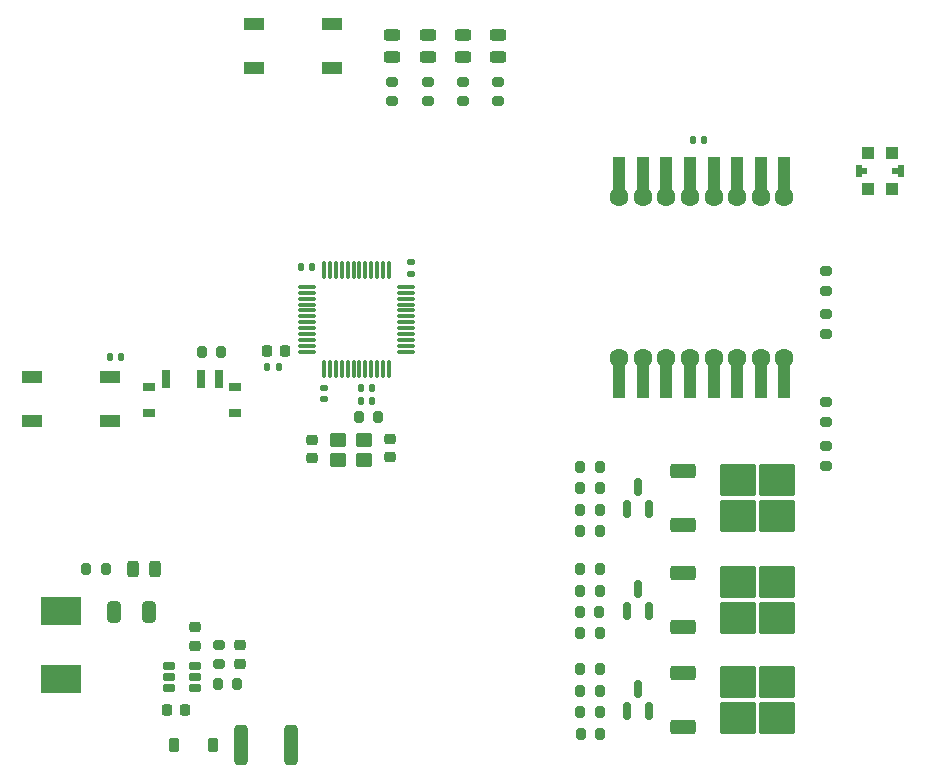
<source format=gbr>
%TF.GenerationSoftware,KiCad,Pcbnew,8.0.4*%
%TF.CreationDate,2024-08-31T15:47:31-07:00*%
%TF.ProjectId,aunisoma-panel-controller,61756e69-736f-46d6-912d-70616e656c2d,rev?*%
%TF.SameCoordinates,Original*%
%TF.FileFunction,Paste,Top*%
%TF.FilePolarity,Positive*%
%FSLAX46Y46*%
G04 Gerber Fmt 4.6, Leading zero omitted, Abs format (unit mm)*
G04 Created by KiCad (PCBNEW 8.0.4) date 2024-08-31 15:47:31*
%MOMM*%
%LPD*%
G01*
G04 APERTURE LIST*
G04 Aperture macros list*
%AMRoundRect*
0 Rectangle with rounded corners*
0 $1 Rounding radius*
0 $2 $3 $4 $5 $6 $7 $8 $9 X,Y pos of 4 corners*
0 Add a 4 corners polygon primitive as box body*
4,1,4,$2,$3,$4,$5,$6,$7,$8,$9,$2,$3,0*
0 Add four circle primitives for the rounded corners*
1,1,$1+$1,$2,$3*
1,1,$1+$1,$4,$5*
1,1,$1+$1,$6,$7*
1,1,$1+$1,$8,$9*
0 Add four rect primitives between the rounded corners*
20,1,$1+$1,$2,$3,$4,$5,0*
20,1,$1+$1,$4,$5,$6,$7,0*
20,1,$1+$1,$6,$7,$8,$9,0*
20,1,$1+$1,$8,$9,$2,$3,0*%
G04 Aperture macros list end*
%ADD10RoundRect,0.140000X-0.140000X-0.170000X0.140000X-0.170000X0.140000X0.170000X-0.140000X0.170000X0*%
%ADD11RoundRect,0.200000X-0.200000X-0.275000X0.200000X-0.275000X0.200000X0.275000X-0.200000X0.275000X0*%
%ADD12RoundRect,0.075000X0.075000X-0.662500X0.075000X0.662500X-0.075000X0.662500X-0.075000X-0.662500X0*%
%ADD13RoundRect,0.075000X0.662500X-0.075000X0.662500X0.075000X-0.662500X0.075000X-0.662500X-0.075000X0*%
%ADD14RoundRect,0.250000X-0.450000X-0.350000X0.450000X-0.350000X0.450000X0.350000X-0.450000X0.350000X0*%
%ADD15RoundRect,0.140000X0.140000X0.170000X-0.140000X0.170000X-0.140000X-0.170000X0.140000X-0.170000X0*%
%ADD16RoundRect,0.200000X-0.275000X0.200000X-0.275000X-0.200000X0.275000X-0.200000X0.275000X0.200000X0*%
%ADD17RoundRect,0.225000X-0.250000X0.225000X-0.250000X-0.225000X0.250000X-0.225000X0.250000X0.225000X0*%
%ADD18RoundRect,0.200000X0.200000X0.275000X-0.200000X0.275000X-0.200000X-0.275000X0.200000X-0.275000X0*%
%ADD19RoundRect,0.250000X-0.850000X-0.350000X0.850000X-0.350000X0.850000X0.350000X-0.850000X0.350000X0*%
%ADD20RoundRect,0.250000X-1.275000X-1.125000X1.275000X-1.125000X1.275000X1.125000X-1.275000X1.125000X0*%
%ADD21RoundRect,0.140000X-0.170000X0.140000X-0.170000X-0.140000X0.170000X-0.140000X0.170000X0.140000X0*%
%ADD22RoundRect,0.225000X0.225000X0.250000X-0.225000X0.250000X-0.225000X-0.250000X0.225000X-0.250000X0*%
%ADD23RoundRect,0.243750X-0.456250X0.243750X-0.456250X-0.243750X0.456250X-0.243750X0.456250X0.243750X0*%
%ADD24RoundRect,0.225000X-0.225000X-0.250000X0.225000X-0.250000X0.225000X0.250000X-0.225000X0.250000X0*%
%ADD25RoundRect,0.200000X0.275000X-0.200000X0.275000X0.200000X-0.275000X0.200000X-0.275000X-0.200000X0*%
%ADD26RoundRect,0.243750X0.243750X0.456250X-0.243750X0.456250X-0.243750X-0.456250X0.243750X-0.456250X0*%
%ADD27R,1.700000X1.000000*%
%ADD28RoundRect,0.150000X0.150000X-0.587500X0.150000X0.587500X-0.150000X0.587500X-0.150000X-0.587500X0*%
%ADD29RoundRect,0.250000X-0.325000X-0.650000X0.325000X-0.650000X0.325000X0.650000X-0.325000X0.650000X0*%
%ADD30R,0.700000X1.500000*%
%ADD31R,1.000000X0.800000*%
%ADD32RoundRect,0.140000X0.170000X-0.140000X0.170000X0.140000X-0.170000X0.140000X-0.170000X-0.140000X0*%
%ADD33RoundRect,0.250000X0.312500X1.450000X-0.312500X1.450000X-0.312500X-1.450000X0.312500X-1.450000X0*%
%ADD34RoundRect,0.225000X0.250000X-0.225000X0.250000X0.225000X-0.250000X0.225000X-0.250000X-0.225000X0*%
%ADD35R,1.000000X3.000000*%
%ADD36C,1.600000*%
%ADD37R,0.506000X1.012000*%
%ADD38R,0.556000X0.503000*%
%ADD39R,1.000000X1.000000*%
%ADD40R,3.500000X2.350000*%
%ADD41RoundRect,0.225000X-0.225000X-0.375000X0.225000X-0.375000X0.225000X0.375000X-0.225000X0.375000X0*%
%ADD42RoundRect,0.162500X-0.367500X-0.162500X0.367500X-0.162500X0.367500X0.162500X-0.367500X0.162500X0*%
G04 APERTURE END LIST*
D10*
%TO.C,C1*%
X9400000Y47868326D03*
X10360000Y47868326D03*
%TD*%
D11*
%TO.C,R10*%
X49200000Y38505826D03*
X50850000Y38505826D03*
%TD*%
D12*
%TO.C,U2*%
X27515000Y46863826D03*
X28015000Y46863826D03*
X28515000Y46863826D03*
X29015000Y46863826D03*
X29515000Y46863826D03*
X30015000Y46863826D03*
X30515000Y46863826D03*
X31015000Y46863826D03*
X31515000Y46863826D03*
X32015000Y46863826D03*
X32515000Y46863826D03*
X33015000Y46863826D03*
D13*
X34427500Y48276326D03*
X34427500Y48776326D03*
X34427500Y49276326D03*
X34427500Y49776326D03*
X34427500Y50276326D03*
X34427500Y50776326D03*
X34427500Y51276326D03*
X34427500Y51776326D03*
X34427500Y52276326D03*
X34427500Y52776326D03*
X34427500Y53276326D03*
X34427500Y53776326D03*
D12*
X33015000Y55188826D03*
X32515000Y55188826D03*
X32015000Y55188826D03*
X31515000Y55188826D03*
X31015000Y55188826D03*
X30515000Y55188826D03*
X30015000Y55188826D03*
X29515000Y55188826D03*
X29015000Y55188826D03*
X28515000Y55188826D03*
X28015000Y55188826D03*
X27515000Y55188826D03*
D13*
X26102500Y53776326D03*
X26102500Y53276326D03*
X26102500Y52776326D03*
X26102500Y52276326D03*
X26102500Y51776326D03*
X26102500Y51276326D03*
X26102500Y50776326D03*
X26102500Y50276326D03*
X26102500Y49776326D03*
X26102500Y49276326D03*
X26102500Y48776326D03*
X26102500Y48276326D03*
%TD*%
D14*
%TO.C,Y1*%
X28665000Y39126326D03*
X30865000Y39126326D03*
X30865000Y40826326D03*
X28665000Y40826326D03*
%TD*%
D15*
%TO.C,C7*%
X23680000Y46968326D03*
X22720000Y46968326D03*
%TD*%
D16*
%TO.C,R24*%
X70000000Y44018326D03*
X70000000Y42368326D03*
%TD*%
D17*
%TO.C,C13*%
X33065000Y40926326D03*
X33065000Y39376326D03*
%TD*%
D18*
%TO.C,R5*%
X32115000Y42726326D03*
X30465000Y42726326D03*
%TD*%
%TO.C,R1*%
X9050000Y29868326D03*
X7400000Y29868326D03*
%TD*%
D15*
%TO.C,C12*%
X31580000Y44126326D03*
X30620000Y44126326D03*
%TD*%
D18*
%TO.C,R15*%
X50850000Y28065826D03*
X49200000Y28065826D03*
%TD*%
D10*
%TO.C,C15*%
X58750000Y66250000D03*
X59710000Y66250000D03*
%TD*%
D19*
%TO.C,Q5*%
X57925000Y29570826D03*
D20*
X62550000Y28815826D03*
X62550000Y25765826D03*
X65900000Y28815826D03*
X65900000Y25765826D03*
D19*
X57925000Y25010826D03*
%TD*%
D21*
%TO.C,C10*%
X27500000Y45248326D03*
X27500000Y44288326D03*
%TD*%
D22*
%TO.C,C6*%
X24250000Y48368326D03*
X22700000Y48368326D03*
%TD*%
D16*
%TO.C,R9*%
X42282000Y71134826D03*
X42282000Y69484826D03*
%TD*%
D18*
%TO.C,R20*%
X50875000Y17785826D03*
X49225000Y17785826D03*
%TD*%
D23*
%TO.C,D6*%
X42282000Y75134826D03*
X42282000Y73259826D03*
%TD*%
D24*
%TO.C,C3*%
X14200000Y17968326D03*
X15750000Y17968326D03*
%TD*%
D25*
%TO.C,R25*%
X70000000Y38618326D03*
X70000000Y40268326D03*
%TD*%
D19*
%TO.C,Q4*%
X57925000Y38170826D03*
D20*
X62550000Y37415826D03*
X62550000Y34365826D03*
X65900000Y37415826D03*
X65900000Y34365826D03*
D19*
X57925000Y33610826D03*
%TD*%
D15*
%TO.C,C11*%
X31580000Y45226326D03*
X30620000Y45226326D03*
%TD*%
D26*
%TO.C,D1*%
X13237500Y29868326D03*
X11362500Y29868326D03*
%TD*%
D27*
%TO.C,SW1*%
X9400000Y42418326D03*
X2800000Y42418326D03*
X9400000Y46118326D03*
X2800000Y46118326D03*
%TD*%
D28*
%TO.C,Q1*%
X53150000Y34930826D03*
X55050000Y34930826D03*
X54100000Y36805826D03*
%TD*%
D11*
%TO.C,R18*%
X49225000Y21385826D03*
X50875000Y21385826D03*
%TD*%
%TO.C,R13*%
X49200000Y33105826D03*
X50850000Y33105826D03*
%TD*%
D29*
%TO.C,C2*%
X9725000Y26268326D03*
X12675000Y26268326D03*
%TD*%
D30*
%TO.C,SW2*%
X18600000Y45968326D03*
X17100000Y45968326D03*
X14100000Y45968326D03*
D31*
X20000000Y43108326D03*
X20000000Y45318326D03*
X12700000Y43108326D03*
X12700000Y45318326D03*
%TD*%
D28*
%TO.C,Q3*%
X53150000Y17885826D03*
X55050000Y17885826D03*
X54100000Y19760826D03*
%TD*%
D25*
%TO.C,R23*%
X70000000Y49818326D03*
X70000000Y51468326D03*
%TD*%
D19*
%TO.C,Q6*%
X57925000Y21065826D03*
D20*
X62550000Y20310826D03*
X62550000Y17260826D03*
X65900000Y20310826D03*
X65900000Y17260826D03*
D19*
X57925000Y16505826D03*
%TD*%
D16*
%TO.C,R22*%
X70000000Y55118326D03*
X70000000Y53468326D03*
%TD*%
D11*
%TO.C,R14*%
X49200000Y29865826D03*
X50850000Y29865826D03*
%TD*%
D23*
%TO.C,D3*%
X33282000Y75072326D03*
X33282000Y73197326D03*
%TD*%
D11*
%TO.C,R4*%
X18525000Y20118326D03*
X20175000Y20118326D03*
%TD*%
D32*
%TO.C,C14*%
X34900000Y54888326D03*
X34900000Y55848326D03*
%TD*%
D16*
%TO.C,R7*%
X36282000Y71134826D03*
X36282000Y69484826D03*
%TD*%
%TO.C,R6*%
X33282000Y71134826D03*
X33282000Y69484826D03*
%TD*%
D18*
%TO.C,R11*%
X50850000Y36705826D03*
X49200000Y36705826D03*
%TD*%
D28*
%TO.C,Q2*%
X53150000Y26305826D03*
X55050000Y26305826D03*
X54100000Y28180826D03*
%TD*%
D33*
%TO.C,F1*%
X24737500Y14968326D03*
X20462500Y14968326D03*
%TD*%
D11*
%TO.C,R21*%
X49250000Y15885826D03*
X50900000Y15885826D03*
%TD*%
%TO.C,R2*%
X17150000Y48268326D03*
X18800000Y48268326D03*
%TD*%
%TO.C,R17*%
X49200000Y24465826D03*
X50850000Y24465826D03*
%TD*%
D23*
%TO.C,D5*%
X39282000Y75134826D03*
X39282000Y73259826D03*
%TD*%
D34*
%TO.C,C4*%
X16600000Y23393326D03*
X16600000Y24943326D03*
%TD*%
D27*
%TO.C,SW3*%
X28150000Y72318326D03*
X21550000Y72318326D03*
X28150000Y76018326D03*
X21550000Y76018326D03*
%TD*%
D23*
%TO.C,D4*%
X36282000Y75134826D03*
X36282000Y73259826D03*
%TD*%
D15*
%TO.C,C8*%
X26500000Y55468326D03*
X25540000Y55468326D03*
%TD*%
D16*
%TO.C,R3*%
X18600000Y23468326D03*
X18600000Y21818326D03*
%TD*%
D18*
%TO.C,R19*%
X50850000Y19585826D03*
X49200000Y19585826D03*
%TD*%
D34*
%TO.C,C9*%
X26465000Y39251326D03*
X26465000Y40801326D03*
%TD*%
D18*
%TO.C,R16*%
X50825000Y26265826D03*
X49175000Y26265826D03*
%TD*%
D35*
%TO.C,U3*%
X52500000Y45768326D03*
D36*
X52500000Y47768326D03*
D35*
X54500000Y45768326D03*
D36*
X54500000Y47768326D03*
D35*
X56500000Y45768326D03*
D36*
X56500000Y47768326D03*
D35*
X58500000Y45768326D03*
D36*
X58500000Y47768326D03*
D35*
X60500000Y45768326D03*
D36*
X60500000Y47768326D03*
D35*
X62500000Y45768326D03*
D36*
X62500000Y47768326D03*
D35*
X64500000Y45768326D03*
D36*
X64500000Y47768326D03*
D35*
X66500000Y45768326D03*
D36*
X66500000Y47768326D03*
X66500000Y61368326D03*
D35*
X66500000Y63368326D03*
D36*
X64500000Y61368326D03*
D35*
X64500000Y63368326D03*
D36*
X62500000Y61368326D03*
D35*
X62500000Y63368326D03*
D36*
X60500000Y61368326D03*
D35*
X60500000Y63368326D03*
D36*
X58500000Y61368326D03*
D35*
X58500000Y63368326D03*
D36*
X56500000Y61368326D03*
D35*
X56500000Y63368326D03*
D36*
X54500000Y61368326D03*
D35*
X54500000Y63368326D03*
D36*
X52500000Y61368326D03*
D35*
X52500000Y63368326D03*
%TD*%
D37*
%TO.C,J4*%
X72797000Y63568326D03*
D38*
X73272000Y63572826D03*
X75900000Y63572826D03*
D37*
X76400000Y63574326D03*
D39*
X73600000Y62074326D03*
X75600000Y62074326D03*
X73600000Y65074326D03*
X75600000Y65074326D03*
%TD*%
D40*
%TO.C,L1*%
X5225000Y20618326D03*
X5225000Y26318326D03*
%TD*%
D16*
%TO.C,R8*%
X39282000Y71134826D03*
X39282000Y69484826D03*
%TD*%
D17*
%TO.C,C5*%
X20400000Y23418326D03*
X20400000Y21868326D03*
%TD*%
D18*
%TO.C,R12*%
X50850000Y34905826D03*
X49200000Y34905826D03*
%TD*%
D41*
%TO.C,D2*%
X14850000Y14968326D03*
X18150000Y14968326D03*
%TD*%
D42*
%TO.C,U1*%
X14400000Y21693326D03*
X14400000Y20743326D03*
X14400000Y19793326D03*
X16600000Y19793326D03*
X16600000Y20743326D03*
X16600000Y21693326D03*
%TD*%
M02*

</source>
